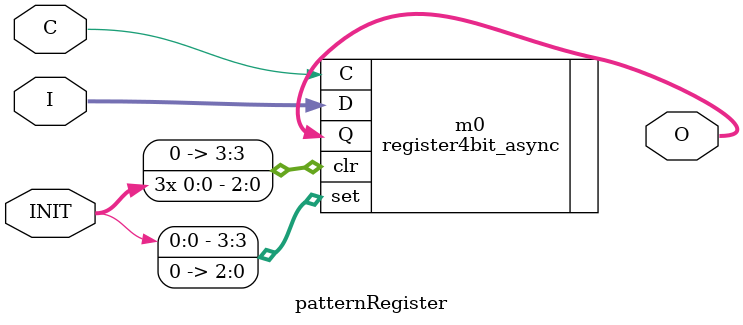
<source format=v>
`timescale 1ns / 1ps
module patternRegister(
	input [3:0] I,
	input C,
	input INIT,
	output [3:0] O
   );
	
	register4bit_async m0(.D(I), .C(C), .set({INIT, 3'b000}), .clr({1'b0, INIT, INIT, INIT}), .Q(O));

endmodule

</source>
